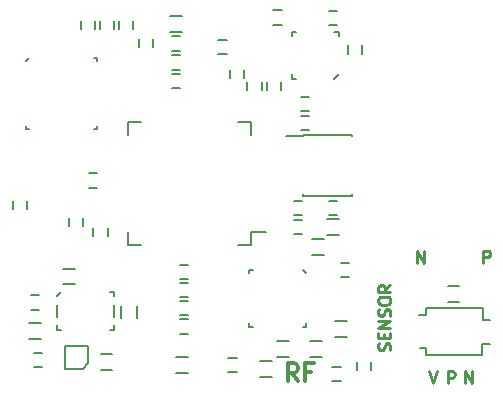
<source format=gbr>
G04 #@! TF.FileFunction,Legend,Top*
%FSLAX46Y46*%
G04 Gerber Fmt 4.6, Leading zero omitted, Abs format (unit mm)*
G04 Created by KiCad (PCBNEW (2015-01-16 BZR 5376)-product) date 07/04/2015 12:08:15*
%MOMM*%
G01*
G04 APERTURE LIST*
%ADD10C,0.100000*%
%ADD11C,0.300000*%
%ADD12C,0.250000*%
%ADD13C,0.150000*%
%ADD14C,0.200000*%
G04 APERTURE END LIST*
D10*
D11*
X95021429Y-52078571D02*
X94521429Y-51364286D01*
X94164286Y-52078571D02*
X94164286Y-50578571D01*
X94735714Y-50578571D01*
X94878572Y-50650000D01*
X94950000Y-50721429D01*
X95021429Y-50864286D01*
X95021429Y-51078571D01*
X94950000Y-51221429D01*
X94878572Y-51292857D01*
X94735714Y-51364286D01*
X94164286Y-51364286D01*
X96164286Y-51292857D02*
X95664286Y-51292857D01*
X95664286Y-52078571D02*
X95664286Y-50578571D01*
X96378572Y-50578571D01*
D12*
X110738095Y-42052381D02*
X110738095Y-41052381D01*
X111119048Y-41052381D01*
X111214286Y-41100000D01*
X111261905Y-41147619D01*
X111309524Y-41242857D01*
X111309524Y-41385714D01*
X111261905Y-41480952D01*
X111214286Y-41528571D01*
X111119048Y-41576190D01*
X110738095Y-41576190D01*
X105114286Y-42052381D02*
X105114286Y-41052381D01*
X105685715Y-42052381D01*
X105685715Y-41052381D01*
X106166667Y-51252381D02*
X106500000Y-52252381D01*
X106833334Y-51252381D01*
X107738095Y-52252381D02*
X107738095Y-51252381D01*
X108119048Y-51252381D01*
X108214286Y-51300000D01*
X108261905Y-51347619D01*
X108309524Y-51442857D01*
X108309524Y-51585714D01*
X108261905Y-51680952D01*
X108214286Y-51728571D01*
X108119048Y-51776190D01*
X107738095Y-51776190D01*
X109214286Y-52252381D02*
X109214286Y-51252381D01*
X109785715Y-52252381D01*
X109785715Y-51252381D01*
X102804762Y-49461905D02*
X102852381Y-49319048D01*
X102852381Y-49080952D01*
X102804762Y-48985714D01*
X102757143Y-48938095D01*
X102661905Y-48890476D01*
X102566667Y-48890476D01*
X102471429Y-48938095D01*
X102423810Y-48985714D01*
X102376190Y-49080952D01*
X102328571Y-49271429D01*
X102280952Y-49366667D01*
X102233333Y-49414286D01*
X102138095Y-49461905D01*
X102042857Y-49461905D01*
X101947619Y-49414286D01*
X101900000Y-49366667D01*
X101852381Y-49271429D01*
X101852381Y-49033333D01*
X101900000Y-48890476D01*
X102328571Y-48461905D02*
X102328571Y-48128571D01*
X102852381Y-47985714D02*
X102852381Y-48461905D01*
X101852381Y-48461905D01*
X101852381Y-47985714D01*
X102852381Y-47557143D02*
X101852381Y-47557143D01*
X102852381Y-46985714D01*
X101852381Y-46985714D01*
X102804762Y-46557143D02*
X102852381Y-46414286D01*
X102852381Y-46176190D01*
X102804762Y-46080952D01*
X102757143Y-46033333D01*
X102661905Y-45985714D01*
X102566667Y-45985714D01*
X102471429Y-46033333D01*
X102423810Y-46080952D01*
X102376190Y-46176190D01*
X102328571Y-46366667D01*
X102280952Y-46461905D01*
X102233333Y-46509524D01*
X102138095Y-46557143D01*
X102042857Y-46557143D01*
X101947619Y-46509524D01*
X101900000Y-46461905D01*
X101852381Y-46366667D01*
X101852381Y-46128571D01*
X101900000Y-45985714D01*
X101852381Y-45366667D02*
X101852381Y-45176190D01*
X101900000Y-45080952D01*
X101995238Y-44985714D01*
X102185714Y-44938095D01*
X102519048Y-44938095D01*
X102709524Y-44985714D01*
X102804762Y-45080952D01*
X102852381Y-45176190D01*
X102852381Y-45366667D01*
X102804762Y-45461905D01*
X102709524Y-45557143D01*
X102519048Y-45604762D01*
X102185714Y-45604762D01*
X101995238Y-45557143D01*
X101900000Y-45461905D01*
X101852381Y-45366667D01*
X102852381Y-43938095D02*
X102376190Y-44271429D01*
X102852381Y-44509524D02*
X101852381Y-44509524D01*
X101852381Y-44128571D01*
X101900000Y-44033333D01*
X101947619Y-43985714D01*
X102042857Y-43938095D01*
X102185714Y-43938095D01*
X102280952Y-43985714D01*
X102328571Y-44033333D01*
X102376190Y-44128571D01*
X102376190Y-44509524D01*
D13*
X79500000Y-46650000D02*
X79500000Y-45600000D01*
X74600000Y-46650000D02*
X74600000Y-45600000D01*
X79500000Y-44850000D02*
X79500000Y-44500000D01*
X79500000Y-44500000D02*
X79100000Y-44500000D01*
X79150000Y-47750000D02*
X79100000Y-47750000D01*
X79500000Y-47350000D02*
X79500000Y-47750000D01*
X79500000Y-47750000D02*
X79150000Y-47750000D01*
X74600000Y-47350000D02*
X74600000Y-47750000D01*
X74600000Y-47750000D02*
X75000000Y-47750000D01*
X74950000Y-44500000D02*
X74600000Y-44850000D01*
X90750000Y-27450000D02*
X90750000Y-26750000D01*
X91950000Y-26750000D02*
X91950000Y-27450000D01*
X78025000Y-35700000D02*
X77325000Y-35700000D01*
X77325000Y-34500000D02*
X78025000Y-34500000D01*
X76875000Y-38250000D02*
X76875000Y-38950000D01*
X75675000Y-38950000D02*
X75675000Y-38250000D01*
X78925000Y-39100000D02*
X78925000Y-39800000D01*
X77725000Y-39800000D02*
X77725000Y-39100000D01*
X84350000Y-26050000D02*
X85050000Y-26050000D01*
X85050000Y-27250000D02*
X84350000Y-27250000D01*
X84350000Y-24500000D02*
X85050000Y-24500000D01*
X85050000Y-25700000D02*
X84350000Y-25700000D01*
X84350000Y-22900000D02*
X85050000Y-22900000D01*
X85050000Y-24100000D02*
X84350000Y-24100000D01*
X85050000Y-42250000D02*
X85750000Y-42250000D01*
X85750000Y-43450000D02*
X85050000Y-43450000D01*
X85050000Y-43800000D02*
X85750000Y-43800000D01*
X85750000Y-45000000D02*
X85050000Y-45000000D01*
X85050000Y-45300000D02*
X85750000Y-45300000D01*
X85750000Y-46500000D02*
X85050000Y-46500000D01*
X85050000Y-46850000D02*
X85750000Y-46850000D01*
X85750000Y-48050000D02*
X85050000Y-48050000D01*
X72425000Y-44825000D02*
X73125000Y-44825000D01*
X73125000Y-46025000D02*
X72425000Y-46025000D01*
X70900000Y-37550000D02*
X70900000Y-36850000D01*
X72100000Y-36850000D02*
X72100000Y-37550000D01*
X73375000Y-50925000D02*
X72675000Y-50925000D01*
X72675000Y-49725000D02*
X73375000Y-49725000D01*
X96000000Y-29250000D02*
X95300000Y-29250000D01*
X95300000Y-28050000D02*
X96000000Y-28050000D01*
X96000000Y-30850000D02*
X95300000Y-30850000D01*
X95300000Y-29650000D02*
X96000000Y-29650000D01*
X89000000Y-24400000D02*
X88300000Y-24400000D01*
X88300000Y-23200000D02*
X89000000Y-23200000D01*
X90450000Y-25750000D02*
X90450000Y-26450000D01*
X89250000Y-26450000D02*
X89250000Y-25750000D01*
X99300000Y-24350000D02*
X99300000Y-23650000D01*
X100500000Y-23650000D02*
X100500000Y-24350000D01*
X97650000Y-20750000D02*
X98350000Y-20750000D01*
X98350000Y-21950000D02*
X97650000Y-21950000D01*
X92400000Y-27450000D02*
X92400000Y-26750000D01*
X93600000Y-26750000D02*
X93600000Y-27450000D01*
X93650000Y-21900000D02*
X92950000Y-21900000D01*
X92950000Y-20700000D02*
X93650000Y-20700000D01*
X76650000Y-22300000D02*
X76650000Y-21600000D01*
X77850000Y-21600000D02*
X77850000Y-22300000D01*
X78250000Y-22300000D02*
X78250000Y-21600000D01*
X79450000Y-21600000D02*
X79450000Y-22300000D01*
X79850000Y-22300000D02*
X79850000Y-21600000D01*
X81050000Y-21600000D02*
X81050000Y-22300000D01*
X98650000Y-42100000D02*
X99350000Y-42100000D01*
X99350000Y-43300000D02*
X98650000Y-43300000D01*
X94700000Y-36800000D02*
X95400000Y-36800000D01*
X95400000Y-38000000D02*
X94700000Y-38000000D01*
X98350000Y-38000000D02*
X97650000Y-38000000D01*
X97650000Y-36800000D02*
X98350000Y-36800000D01*
X94700000Y-38450000D02*
X95400000Y-38450000D01*
X95400000Y-39650000D02*
X94700000Y-39650000D01*
X97950000Y-50900000D02*
X98650000Y-50900000D01*
X98650000Y-52100000D02*
X97950000Y-52100000D01*
X100000000Y-51150000D02*
X100000000Y-50450000D01*
X101200000Y-50450000D02*
X101200000Y-51150000D01*
X89850000Y-51350000D02*
X89150000Y-51350000D01*
X89150000Y-50150000D02*
X89850000Y-50150000D01*
X85750000Y-51375000D02*
X84750000Y-51375000D01*
X84750000Y-50025000D02*
X85750000Y-50025000D01*
X82750000Y-23100000D02*
X82750000Y-23800000D01*
X81550000Y-23800000D02*
X81550000Y-23100000D01*
X73275000Y-48475000D02*
X72275000Y-48475000D01*
X72275000Y-47125000D02*
X73275000Y-47125000D01*
X98500000Y-39725000D02*
X97500000Y-39725000D01*
X97500000Y-38375000D02*
X98500000Y-38375000D01*
X97250000Y-41425000D02*
X96250000Y-41425000D01*
X96250000Y-40075000D02*
X97250000Y-40075000D01*
X92800000Y-51725000D02*
X91800000Y-51725000D01*
X91800000Y-50375000D02*
X92800000Y-50375000D01*
X94300000Y-50075000D02*
X93300000Y-50075000D01*
X93300000Y-48725000D02*
X94300000Y-48725000D01*
X96050000Y-48725000D02*
X97050000Y-48725000D01*
X97050000Y-50075000D02*
X96050000Y-50075000D01*
X85200000Y-22525000D02*
X84200000Y-22525000D01*
X84200000Y-21175000D02*
X85200000Y-21175000D01*
X76175000Y-43900000D02*
X75175000Y-43900000D01*
X75175000Y-42550000D02*
X76175000Y-42550000D01*
X80025000Y-46700000D02*
X80025000Y-45700000D01*
X81375000Y-45700000D02*
X81375000Y-46700000D01*
X79325000Y-51175000D02*
X78325000Y-51175000D01*
X78325000Y-49825000D02*
X79325000Y-49825000D01*
X98200000Y-47025000D02*
X99200000Y-47025000D01*
X99200000Y-48375000D02*
X98200000Y-48375000D01*
X91025000Y-40525000D02*
X91025000Y-39475000D01*
X80675000Y-40525000D02*
X80675000Y-39475000D01*
X80675000Y-30175000D02*
X80675000Y-31225000D01*
X91025000Y-30175000D02*
X91025000Y-31225000D01*
X91025000Y-40525000D02*
X89975000Y-40525000D01*
X91025000Y-30175000D02*
X89975000Y-30175000D01*
X80675000Y-30175000D02*
X81725000Y-30175000D01*
X80675000Y-40525000D02*
X81725000Y-40525000D01*
X91025000Y-39475000D02*
X92300000Y-39475000D01*
D14*
X76800000Y-51075000D02*
X77300000Y-50575000D01*
X77300000Y-50575000D02*
X77300000Y-49075000D01*
X77300000Y-49075000D02*
X75300000Y-49075000D01*
X75300000Y-49075000D02*
X75300000Y-51075000D01*
X75300000Y-51075000D02*
X76800000Y-51075000D01*
D13*
X95425000Y-31225000D02*
X95425000Y-31370000D01*
X99575000Y-31225000D02*
X99575000Y-31370000D01*
X99575000Y-36375000D02*
X99575000Y-36230000D01*
X95425000Y-36375000D02*
X95425000Y-36230000D01*
X95425000Y-31225000D02*
X99575000Y-31225000D01*
X95425000Y-36375000D02*
X99575000Y-36375000D01*
X95425000Y-31370000D02*
X94025000Y-31370000D01*
D14*
X72050000Y-25000000D02*
X72300000Y-24750000D01*
X77800000Y-24750000D02*
X78050000Y-24750000D01*
X78050000Y-24750000D02*
X78050000Y-25000000D01*
X72300000Y-30750000D02*
X72050000Y-30750000D01*
X72050000Y-30750000D02*
X72050000Y-30500000D01*
X77800000Y-30750000D02*
X78050000Y-30750000D01*
X78050000Y-30750000D02*
X78050000Y-30500000D01*
D13*
X95450000Y-42650000D02*
X95700000Y-42900000D01*
X95450000Y-47500000D02*
X95700000Y-47500000D01*
X95700000Y-47500000D02*
X95700000Y-47200000D01*
X90900000Y-47150000D02*
X90900000Y-47500000D01*
X90900000Y-47500000D02*
X91200000Y-47500000D01*
X91200000Y-42650000D02*
X90900000Y-42650000D01*
X90900000Y-42650000D02*
X90900000Y-42950000D01*
X98100000Y-26500000D02*
X98500000Y-26100000D01*
X94500000Y-26500000D02*
X94900000Y-26500000D01*
X94500000Y-26500000D02*
X94500000Y-26100000D01*
X94900000Y-22500000D02*
X94500000Y-22500000D01*
X94500000Y-22500000D02*
X94500000Y-22900000D01*
X98500000Y-22900000D02*
X98500000Y-22500000D01*
X98500000Y-22500000D02*
X98100000Y-22500000D01*
X105300000Y-46500000D02*
X105900000Y-46500000D01*
X105900000Y-46500000D02*
X105900000Y-45900000D01*
X105900000Y-45900000D02*
X110700000Y-45900000D01*
X110700000Y-45900000D02*
X110700000Y-46900000D01*
X110700000Y-46900000D02*
X111300000Y-46900000D01*
X105900000Y-49900000D02*
X105900000Y-49300000D01*
X105900000Y-49300000D02*
X105400000Y-49300000D01*
X111300000Y-48900000D02*
X110600000Y-48900000D01*
X110600000Y-48900000D02*
X110600000Y-49900000D01*
X110600000Y-49900000D02*
X105900000Y-49900000D01*
X108700000Y-45375000D02*
X107700000Y-45375000D01*
X107700000Y-44025000D02*
X108700000Y-44025000D01*
M02*

</source>
